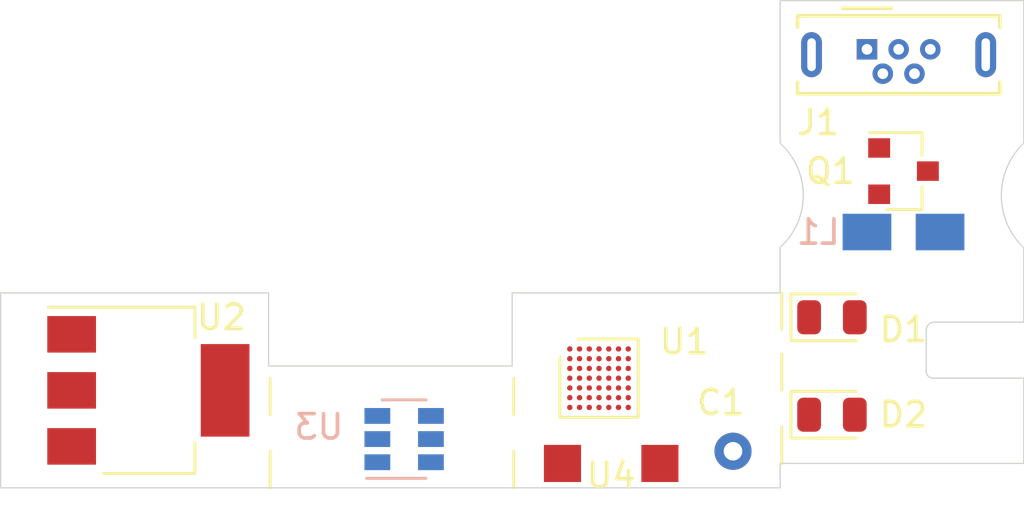
<source format=kicad_pcb>
(kicad_pcb (version 20171130) (host pcbnew 5.1.5+dfsg1-2build2)

  (general
    (thickness 1.6)
    (drawings 29)
    (tracks 0)
    (zones 0)
    (modules 10)
    (nets 77)
  )

  (page A4)
  (layers
    (0 F.Cu signal)
    (31 B.Cu signal)
    (32 B.Adhes user)
    (33 F.Adhes user)
    (34 B.Paste user)
    (35 F.Paste user)
    (36 B.SilkS user)
    (37 F.SilkS user)
    (38 B.Mask user)
    (39 F.Mask user)
    (40 Dwgs.User user)
    (41 Cmts.User user)
    (42 Eco1.User user)
    (43 Eco2.User user)
    (44 Edge.Cuts user)
    (45 Margin user)
    (46 B.CrtYd user)
    (47 F.CrtYd user)
    (48 B.Fab user)
    (49 F.Fab user)
  )

  (setup
    (last_trace_width 0.25)
    (trace_clearance 0.2)
    (zone_clearance 0.508)
    (zone_45_only no)
    (trace_min 0.2)
    (via_size 0.8)
    (via_drill 0.4)
    (via_min_size 0.4)
    (via_min_drill 0.3)
    (uvia_size 0.3)
    (uvia_drill 0.1)
    (uvias_allowed no)
    (uvia_min_size 0.2)
    (uvia_min_drill 0.1)
    (edge_width 0.05)
    (segment_width 0.2)
    (pcb_text_width 0.3)
    (pcb_text_size 1.5 1.5)
    (mod_edge_width 0.12)
    (mod_text_size 1 1)
    (mod_text_width 0.15)
    (pad_size 1.524 1.524)
    (pad_drill 0.762)
    (pad_to_mask_clearance 0.051)
    (solder_mask_min_width 0.25)
    (aux_axis_origin 0 0)
    (visible_elements FFFFFF7F)
    (pcbplotparams
      (layerselection 0x010fc_ffffffff)
      (usegerberextensions false)
      (usegerberattributes false)
      (usegerberadvancedattributes false)
      (creategerberjobfile false)
      (excludeedgelayer true)
      (linewidth 0.100000)
      (plotframeref false)
      (viasonmask false)
      (mode 1)
      (useauxorigin false)
      (hpglpennumber 1)
      (hpglpenspeed 20)
      (hpglpendiameter 15.000000)
      (psnegative false)
      (psa4output false)
      (plotreference true)
      (plotvalue true)
      (plotinvisibletext false)
      (padsonsilk false)
      (subtractmaskfromsilk false)
      (outputformat 1)
      (mirror false)
      (drillshape 1)
      (scaleselection 1)
      (outputdirectory ""))
  )

  (net 0 "")
  (net 1 "Net-(U1-PadG7)")
  (net 2 "Net-(U1-PadG6)")
  (net 3 "Net-(U1-PadG5)")
  (net 4 "Net-(U1-PadG4)")
  (net 5 "Net-(U1-PadG3)")
  (net 6 "Net-(U1-PadG2)")
  (net 7 "Net-(U1-PadG1)")
  (net 8 "Net-(U1-PadF7)")
  (net 9 "Net-(U1-PadF6)")
  (net 10 "Net-(U1-PadF5)")
  (net 11 "Net-(U1-PadF4)")
  (net 12 "Net-(U1-PadF3)")
  (net 13 "Net-(U1-PadF2)")
  (net 14 "Net-(U1-PadF1)")
  (net 15 "Net-(U1-PadE7)")
  (net 16 "Net-(U1-PadE6)")
  (net 17 "Net-(U1-PadE5)")
  (net 18 "Net-(U1-PadE4)")
  (net 19 "Net-(U1-PadE3)")
  (net 20 "Net-(U1-PadE2)")
  (net 21 "Net-(U1-PadE1)")
  (net 22 "Net-(U1-PadD7)")
  (net 23 "Net-(U1-PadD6)")
  (net 24 "Net-(U1-PadD5)")
  (net 25 "Net-(U1-PadD4)")
  (net 26 "Net-(U1-PadD3)")
  (net 27 "Net-(U1-PadD2)")
  (net 28 "Net-(U1-PadD1)")
  (net 29 "Net-(U1-PadC7)")
  (net 30 "Net-(U1-PadC6)")
  (net 31 "Net-(U1-PadC5)")
  (net 32 "Net-(U1-PadC4)")
  (net 33 "Net-(U1-PadC3)")
  (net 34 "Net-(U1-PadC2)")
  (net 35 "Net-(U1-PadC1)")
  (net 36 "Net-(U1-PadB7)")
  (net 37 "Net-(U1-PadB6)")
  (net 38 "Net-(U1-PadB5)")
  (net 39 "Net-(U1-PadB4)")
  (net 40 "Net-(U1-PadB3)")
  (net 41 "Net-(U1-PadB2)")
  (net 42 "Net-(U1-PadB1)")
  (net 43 "Net-(U1-PadA7)")
  (net 44 "Net-(U1-PadA6)")
  (net 45 "Net-(U1-PadA5)")
  (net 46 "Net-(U1-PadA4)")
  (net 47 "Net-(U1-PadA3)")
  (net 48 "Net-(U1-PadA2)")
  (net 49 "Net-(U1-PadA1)")
  (net 50 "Net-(U2-Pad1)")
  (net 51 "Net-(U2-Pad3)")
  (net 52 "Net-(U2-Pad2)")
  (net 53 "Net-(J1-Pad6)")
  (net 54 "Net-(J1-Pad5)")
  (net 55 "Net-(J1-Pad4)")
  (net 56 "Net-(J1-Pad3)")
  (net 57 "Net-(J1-Pad2)")
  (net 58 "Net-(J1-Pad1)")
  (net 59 "Net-(U3-Pad5)")
  (net 60 "Net-(U3-Pad6)")
  (net 61 "Net-(U3-Pad4)")
  (net 62 "Net-(U3-Pad3)")
  (net 63 "Net-(U3-Pad2)")
  (net 64 "Net-(U3-Pad1)")
  (net 65 "Net-(Q1-Pad3)")
  (net 66 "Net-(Q1-Pad2)")
  (net 67 "Net-(Q1-Pad1)")
  (net 68 "Net-(D1-Pad2)")
  (net 69 "Net-(D1-Pad1)")
  (net 70 "Net-(D2-Pad2)")
  (net 71 "Net-(D2-Pad1)")
  (net 72 "Net-(L1-Pad2)")
  (net 73 "Net-(L1-Pad1)")
  (net 74 "Net-(C1-Pad1)")
  (net 75 "Net-(U4-Pad2)")
  (net 76 "Net-(U4-Pad1)")

  (net_class Default "This is the default net class."
    (clearance 0.2)
    (trace_width 0.25)
    (via_dia 0.8)
    (via_drill 0.4)
    (uvia_dia 0.3)
    (uvia_drill 0.1)
    (add_net "Net-(C1-Pad1)")
    (add_net "Net-(D1-Pad1)")
    (add_net "Net-(D1-Pad2)")
    (add_net "Net-(D2-Pad1)")
    (add_net "Net-(D2-Pad2)")
    (add_net "Net-(J1-Pad1)")
    (add_net "Net-(J1-Pad2)")
    (add_net "Net-(J1-Pad3)")
    (add_net "Net-(J1-Pad4)")
    (add_net "Net-(J1-Pad5)")
    (add_net "Net-(J1-Pad6)")
    (add_net "Net-(L1-Pad1)")
    (add_net "Net-(L1-Pad2)")
    (add_net "Net-(Q1-Pad1)")
    (add_net "Net-(Q1-Pad2)")
    (add_net "Net-(Q1-Pad3)")
    (add_net "Net-(U1-PadA1)")
    (add_net "Net-(U1-PadA2)")
    (add_net "Net-(U1-PadA3)")
    (add_net "Net-(U1-PadA4)")
    (add_net "Net-(U1-PadA5)")
    (add_net "Net-(U1-PadA6)")
    (add_net "Net-(U1-PadA7)")
    (add_net "Net-(U1-PadB1)")
    (add_net "Net-(U1-PadB2)")
    (add_net "Net-(U1-PadB3)")
    (add_net "Net-(U1-PadB4)")
    (add_net "Net-(U1-PadB5)")
    (add_net "Net-(U1-PadB6)")
    (add_net "Net-(U1-PadB7)")
    (add_net "Net-(U1-PadC1)")
    (add_net "Net-(U1-PadC2)")
    (add_net "Net-(U1-PadC3)")
    (add_net "Net-(U1-PadC4)")
    (add_net "Net-(U1-PadC5)")
    (add_net "Net-(U1-PadC6)")
    (add_net "Net-(U1-PadC7)")
    (add_net "Net-(U1-PadD1)")
    (add_net "Net-(U1-PadD2)")
    (add_net "Net-(U1-PadD3)")
    (add_net "Net-(U1-PadD4)")
    (add_net "Net-(U1-PadD5)")
    (add_net "Net-(U1-PadD6)")
    (add_net "Net-(U1-PadD7)")
    (add_net "Net-(U1-PadE1)")
    (add_net "Net-(U1-PadE2)")
    (add_net "Net-(U1-PadE3)")
    (add_net "Net-(U1-PadE4)")
    (add_net "Net-(U1-PadE5)")
    (add_net "Net-(U1-PadE6)")
    (add_net "Net-(U1-PadE7)")
    (add_net "Net-(U1-PadF1)")
    (add_net "Net-(U1-PadF2)")
    (add_net "Net-(U1-PadF3)")
    (add_net "Net-(U1-PadF4)")
    (add_net "Net-(U1-PadF5)")
    (add_net "Net-(U1-PadF6)")
    (add_net "Net-(U1-PadF7)")
    (add_net "Net-(U1-PadG1)")
    (add_net "Net-(U1-PadG2)")
    (add_net "Net-(U1-PadG3)")
    (add_net "Net-(U1-PadG4)")
    (add_net "Net-(U1-PadG5)")
    (add_net "Net-(U1-PadG6)")
    (add_net "Net-(U1-PadG7)")
    (add_net "Net-(U2-Pad1)")
    (add_net "Net-(U2-Pad2)")
    (add_net "Net-(U2-Pad3)")
    (add_net "Net-(U3-Pad1)")
    (add_net "Net-(U3-Pad2)")
    (add_net "Net-(U3-Pad3)")
    (add_net "Net-(U3-Pad4)")
    (add_net "Net-(U3-Pad5)")
    (add_net "Net-(U3-Pad6)")
    (add_net "Net-(U4-Pad1)")
    (add_net "Net-(U4-Pad2)")
  )

  (module sensorVlt:SensV (layer F.Cu) (tedit 610596E0) (tstamp 6105EDF6)
    (at 156 111)
    (path /61059F3E)
    (fp_text reference U4 (at 0 -1.5) (layer F.SilkS)
      (effects (font (size 1 1) (thickness 0.15)))
    )
    (fp_text value sensV (at 0 -4.5) (layer F.Fab)
      (effects (font (size 1 1) (thickness 0.15)))
    )
    (pad 2 smd rect (at 2 -2) (size 1.524 1.524) (layers F.Cu F.Paste F.Mask)
      (net 75 "Net-(U4-Pad2)"))
    (pad 1 smd rect (at -2 -2) (size 1.524 1.524) (layers F.Cu F.Paste F.Mask)
      (net 76 "Net-(U4-Pad1)"))
  )

  (module cap_touch:capS (layer F.Cu) (tedit 6105132E) (tstamp 610568A3)
    (at 161 109)
    (path /61056B2A)
    (fp_text reference C1 (at -0.5 -2.5) (layer F.SilkS)
      (effects (font (size 1 1) (thickness 0.15)))
    )
    (fp_text value captouch (at 1 -2 90) (layer F.Fab)
      (effects (font (size 0.5 0.5) (thickness 0.1)))
    )
    (pad 1 thru_hole circle (at 0 -0.5) (size 1.524 1.524) (drill 0.762) (layers *.Cu *.Mask)
      (net 74 "Net-(C1-Pad1)"))
  )

  (module L_Core_vlv:L_core_v (layer B.Cu) (tedit 610444F2) (tstamp 61049C43)
    (at 168 98)
    (path /61045340)
    (fp_text reference L1 (at -3.5 1.5) (layer B.SilkS)
      (effects (font (size 1 1) (thickness 0.15)) (justify mirror))
    )
    (fp_text value L_core_v (at -1 3) (layer B.Fab)
      (effects (font (size 0.7 0.5) (thickness 0.125)) (justify mirror))
    )
    (pad 2 smd rect (at 1.5 1.5) (size 2 1.5) (layers B.Cu B.Paste B.Mask)
      (net 72 "Net-(L1-Pad2)"))
    (pad 1 smd rect (at -1.5 1.5) (size 2 1.5) (layers B.Cu B.Paste B.Mask)
      (net 73 "Net-(L1-Pad1)"))
  )

  (module LED_SMD:LED_0805_2012Metric (layer F.Cu) (tedit 5B36C52C) (tstamp 6103B0D7)
    (at 165.0625 107)
    (descr "LED SMD 0805 (2012 Metric), square (rectangular) end terminal, IPC_7351 nominal, (Body size source: https://docs.google.com/spreadsheets/d/1BsfQQcO9C6DZCsRaXUlFlo91Tg2WpOkGARC1WS5S8t0/edit?usp=sharing), generated with kicad-footprint-generator")
    (tags diode)
    (path /61040C00)
    (attr smd)
    (fp_text reference D2 (at 2.9375 0) (layer F.SilkS)
      (effects (font (size 1 1) (thickness 0.15)))
    )
    (fp_text value LG_R971-KN-1 (at 0.9375 -1.5) (layer F.Fab)
      (effects (font (size 0.5 0.5) (thickness 0.1)))
    )
    (fp_text user %R (at 0 0) (layer F.Fab)
      (effects (font (size 0.5 0.5) (thickness 0.08)))
    )
    (fp_line (start 1.68 0.95) (end -1.68 0.95) (layer F.CrtYd) (width 0.05))
    (fp_line (start 1.68 -0.95) (end 1.68 0.95) (layer F.CrtYd) (width 0.05))
    (fp_line (start -1.68 -0.95) (end 1.68 -0.95) (layer F.CrtYd) (width 0.05))
    (fp_line (start -1.68 0.95) (end -1.68 -0.95) (layer F.CrtYd) (width 0.05))
    (fp_line (start -1.685 0.96) (end 1 0.96) (layer F.SilkS) (width 0.12))
    (fp_line (start -1.685 -0.96) (end -1.685 0.96) (layer F.SilkS) (width 0.12))
    (fp_line (start 1 -0.96) (end -1.685 -0.96) (layer F.SilkS) (width 0.12))
    (fp_line (start 1 0.6) (end 1 -0.6) (layer F.Fab) (width 0.1))
    (fp_line (start -1 0.6) (end 1 0.6) (layer F.Fab) (width 0.1))
    (fp_line (start -1 -0.3) (end -1 0.6) (layer F.Fab) (width 0.1))
    (fp_line (start -0.7 -0.6) (end -1 -0.3) (layer F.Fab) (width 0.1))
    (fp_line (start 1 -0.6) (end -0.7 -0.6) (layer F.Fab) (width 0.1))
    (pad 2 smd roundrect (at 0.9375 0) (size 0.975 1.4) (layers F.Cu F.Paste F.Mask) (roundrect_rratio 0.25)
      (net 70 "Net-(D2-Pad2)"))
    (pad 1 smd roundrect (at -0.9375 0) (size 0.975 1.4) (layers F.Cu F.Paste F.Mask) (roundrect_rratio 0.25)
      (net 71 "Net-(D2-Pad1)"))
    (model ${KISYS3DMOD}/LED_SMD.3dshapes/LED_0805_2012Metric.wrl
      (at (xyz 0 0 0))
      (scale (xyz 1 1 1))
      (rotate (xyz 0 0 0))
    )
    (model /home/serge/Документы/corona/PCB03/STEP/2021-07-30_07-41-28/STEP/LED_598-8110-107F_DIA.step
      (at (xyz 0 0 0))
      (scale (xyz 1 1 1))
      (rotate (xyz 0 0 0))
    )
  )

  (module LED_SMD:LED_0805_2012Metric (layer F.Cu) (tedit 5B36C52C) (tstamp 6103ADCF)
    (at 165.0625 103)
    (descr "LED SMD 0805 (2012 Metric), square (rectangular) end terminal, IPC_7351 nominal, (Body size source: https://docs.google.com/spreadsheets/d/1BsfQQcO9C6DZCsRaXUlFlo91Tg2WpOkGARC1WS5S8t0/edit?usp=sharing), generated with kicad-footprint-generator")
    (tags diode)
    (path /6103E8C0)
    (attr smd)
    (fp_text reference D1 (at 2.9375 0.5) (layer F.SilkS)
      (effects (font (size 1 1) (thickness 0.15)))
    )
    (fp_text value LH_R974-LP-1 (at 4.4375 -0.5) (layer F.Fab)
      (effects (font (size 0.5 0.5) (thickness 0.1)))
    )
    (fp_text user %R (at 0 0) (layer F.Fab)
      (effects (font (size 0.5 0.5) (thickness 0.08)))
    )
    (fp_line (start 1.68 0.95) (end -1.68 0.95) (layer F.CrtYd) (width 0.05))
    (fp_line (start 1.68 -0.95) (end 1.68 0.95) (layer F.CrtYd) (width 0.05))
    (fp_line (start -1.68 -0.95) (end 1.68 -0.95) (layer F.CrtYd) (width 0.05))
    (fp_line (start -1.68 0.95) (end -1.68 -0.95) (layer F.CrtYd) (width 0.05))
    (fp_line (start -1.685 0.96) (end 1 0.96) (layer F.SilkS) (width 0.12))
    (fp_line (start -1.685 -0.96) (end -1.685 0.96) (layer F.SilkS) (width 0.12))
    (fp_line (start 1 -0.96) (end -1.685 -0.96) (layer F.SilkS) (width 0.12))
    (fp_line (start 1 0.6) (end 1 -0.6) (layer F.Fab) (width 0.1))
    (fp_line (start -1 0.6) (end 1 0.6) (layer F.Fab) (width 0.1))
    (fp_line (start -1 -0.3) (end -1 0.6) (layer F.Fab) (width 0.1))
    (fp_line (start -0.7 -0.6) (end -1 -0.3) (layer F.Fab) (width 0.1))
    (fp_line (start 1 -0.6) (end -0.7 -0.6) (layer F.Fab) (width 0.1))
    (pad 2 smd roundrect (at 0.9375 0) (size 0.975 1.4) (layers F.Cu F.Paste F.Mask) (roundrect_rratio 0.25)
      (net 68 "Net-(D1-Pad2)"))
    (pad 1 smd roundrect (at -0.9375 0) (size 0.975 1.4) (layers F.Cu F.Paste F.Mask) (roundrect_rratio 0.25)
      (net 69 "Net-(D1-Pad1)"))
    (model ${KISYS3DMOD}/LED_SMD.3dshapes/LED_0805_2012Metric.wrl
      (at (xyz 0 0 0))
      (scale (xyz 1 1 1))
      (rotate (xyz 0 0 0))
    )
    (model /home/serge/Документы/corona/PCB03/STEP/2021-07-30_07-41-28/STEP/LED_598-8110-107F_DIA.step
      (at (xyz 0 0 0))
      (scale (xyz 1 1 1))
      (rotate (xyz 0 0 0))
    )
  )

  (module Package_TO_SOT_SMD:SOT-23 (layer F.Cu) (tedit 5A02FF57) (tstamp 6103549C)
    (at 168 97)
    (descr "SOT-23, Standard")
    (tags SOT-23)
    (path /61032CC8)
    (attr smd)
    (fp_text reference Q1 (at -3 0) (layer F.SilkS)
      (effects (font (size 1 1) (thickness 0.15)))
    )
    (fp_text value BF545C (at 2.5 0 90) (layer F.Fab)
      (effects (font (size 0.7 0.5) (thickness 0.1)))
    )
    (fp_line (start 0.76 1.58) (end -0.7 1.58) (layer F.SilkS) (width 0.12))
    (fp_line (start 0.76 -1.58) (end -1.4 -1.58) (layer F.SilkS) (width 0.12))
    (fp_line (start -1.7 1.75) (end -1.7 -1.75) (layer F.CrtYd) (width 0.05))
    (fp_line (start 1.7 1.75) (end -1.7 1.75) (layer F.CrtYd) (width 0.05))
    (fp_line (start 1.7 -1.75) (end 1.7 1.75) (layer F.CrtYd) (width 0.05))
    (fp_line (start -1.7 -1.75) (end 1.7 -1.75) (layer F.CrtYd) (width 0.05))
    (fp_line (start 0.76 -1.58) (end 0.76 -0.65) (layer F.SilkS) (width 0.12))
    (fp_line (start 0.76 1.58) (end 0.76 0.65) (layer F.SilkS) (width 0.12))
    (fp_line (start -0.7 1.52) (end 0.7 1.52) (layer F.Fab) (width 0.1))
    (fp_line (start 0.7 -1.52) (end 0.7 1.52) (layer F.Fab) (width 0.1))
    (fp_line (start -0.7 -0.95) (end -0.15 -1.52) (layer F.Fab) (width 0.1))
    (fp_line (start -0.15 -1.52) (end 0.7 -1.52) (layer F.Fab) (width 0.1))
    (fp_line (start -0.7 -0.95) (end -0.7 1.5) (layer F.Fab) (width 0.1))
    (fp_text user %R (at 0 0 90) (layer F.Fab)
      (effects (font (size 0.5 0.5) (thickness 0.075)))
    )
    (pad 3 smd rect (at 1 0) (size 0.9 0.8) (layers F.Cu F.Paste F.Mask)
      (net 65 "Net-(Q1-Pad3)"))
    (pad 2 smd rect (at -1 0.95) (size 0.9 0.8) (layers F.Cu F.Paste F.Mask)
      (net 66 "Net-(Q1-Pad2)"))
    (pad 1 smd rect (at -1 -0.95) (size 0.9 0.8) (layers F.Cu F.Paste F.Mask)
      (net 67 "Net-(Q1-Pad1)"))
    (model ${KISYS3DMOD}/Package_TO_SOT_SMD.3dshapes/SOT-23.wrl
      (at (xyz 0 0 0))
      (scale (xyz 1 1 1))
      (rotate (xyz 0 0 0))
    )
    (model /home/serge/Документы/corona/PCB03/STEP/2021-07-29_19-13-50/STEP/SOT23_NXP.step
      (at (xyz 0 0 0))
      (scale (xyz 1 1 1))
      (rotate (xyz 0 0 90))
    )
  )

  (module Package_TO_SOT_SMD:SOT-23-6 (layer B.Cu) (tedit 5A02FF57) (tstamp 6101E6C9)
    (at 147.5 108)
    (descr "6-pin SOT-23 package")
    (tags SOT-23-6)
    (path /610194D7)
    (attr smd)
    (fp_text reference U3 (at -3.5 -0.5) (layer B.SilkS)
      (effects (font (size 1 1) (thickness 0.15)) (justify mirror))
    )
    (fp_text value tmag5273 (at 0 -2.5) (layer B.Fab)
      (effects (font (size 0.5 0.7) (thickness 0.1)) (justify mirror))
    )
    (fp_line (start 0.9 1.55) (end 0.9 -1.55) (layer B.Fab) (width 0.1))
    (fp_line (start 0.9 -1.55) (end -0.9 -1.55) (layer B.Fab) (width 0.1))
    (fp_line (start -0.9 0.9) (end -0.9 -1.55) (layer B.Fab) (width 0.1))
    (fp_line (start 0.9 1.55) (end -0.25 1.55) (layer B.Fab) (width 0.1))
    (fp_line (start -0.9 0.9) (end -0.25 1.55) (layer B.Fab) (width 0.1))
    (fp_line (start -1.9 1.8) (end -1.9 -1.8) (layer B.CrtYd) (width 0.05))
    (fp_line (start -1.9 -1.8) (end 1.9 -1.8) (layer B.CrtYd) (width 0.05))
    (fp_line (start 1.9 -1.8) (end 1.9 1.8) (layer B.CrtYd) (width 0.05))
    (fp_line (start 1.9 1.8) (end -1.9 1.8) (layer B.CrtYd) (width 0.05))
    (fp_line (start 0.9 1.61) (end -1.55 1.61) (layer B.SilkS) (width 0.12))
    (fp_line (start -0.9 -1.61) (end 0.9 -1.61) (layer B.SilkS) (width 0.12))
    (fp_text user %R (at 0 0 -90) (layer B.Fab)
      (effects (font (size 0.5 0.5) (thickness 0.075)) (justify mirror))
    )
    (pad 5 smd rect (at 1.1 0) (size 1.06 0.65) (layers B.Cu B.Paste B.Mask)
      (net 59 "Net-(U3-Pad5)"))
    (pad 6 smd rect (at 1.1 0.95) (size 1.06 0.65) (layers B.Cu B.Paste B.Mask)
      (net 60 "Net-(U3-Pad6)"))
    (pad 4 smd rect (at 1.1 -0.95) (size 1.06 0.65) (layers B.Cu B.Paste B.Mask)
      (net 61 "Net-(U3-Pad4)"))
    (pad 3 smd rect (at -1.1 -0.95) (size 1.06 0.65) (layers B.Cu B.Paste B.Mask)
      (net 62 "Net-(U3-Pad3)"))
    (pad 2 smd rect (at -1.1 0) (size 1.06 0.65) (layers B.Cu B.Paste B.Mask)
      (net 63 "Net-(U3-Pad2)"))
    (pad 1 smd rect (at -1.1 0.95) (size 1.06 0.65) (layers B.Cu B.Paste B.Mask)
      (net 64 "Net-(U3-Pad1)"))
    (model ${KISYS3DMOD}/Package_TO_SOT_SMD.3dshapes/SOT-23-6.wrl
      (at (xyz 0 0 0))
      (scale (xyz 1 1 1))
      (rotate (xyz 0 0 0))
    )
    (model /home/serge/Документы/corona/PCB01/Tmag.step
      (offset (xyz -1 -0.7 0.1))
      (scale (xyz 1 1 1))
      (rotate (xyz 0 0 0))
    )
  )

  (module Connector_USB:USB_Micro-B_Wuerth_614105150721_Vertical (layer F.Cu) (tedit 5A142044) (tstamp 610144BD)
    (at 166.5 92)
    (descr "USB Micro-B receptacle, through-hole, vertical, http://katalog.we-online.de/em/datasheet/614105150721.pdf")
    (tags "usb micro receptacle vertical")
    (path /6101668A)
    (fp_text reference J1 (at -2 3) (layer F.SilkS)
      (effects (font (size 1 1) (thickness 0.15)))
    )
    (fp_text value USB_B_Micro (at 1.3 2.92) (layer F.Fab)
      (effects (font (size 0.7 0.5) (thickness 0.1)))
    )
    (fp_text user %R (at 1.3 0.22) (layer F.Fab)
      (effects (font (size 1 1) (thickness 0.15)))
    )
    (fp_line (start 5.8 -1.73) (end -3.2 -1.73) (layer F.CrtYd) (width 0.05))
    (fp_line (start 5.8 2.17) (end 5.8 -1.73) (layer F.CrtYd) (width 0.05))
    (fp_line (start -3.2 2.17) (end 5.8 2.17) (layer F.CrtYd) (width 0.05))
    (fp_line (start -3.2 -1.73) (end -3.2 2.17) (layer F.CrtYd) (width 0.05))
    (fp_line (start -1 -1.68) (end 1 -1.68) (layer F.SilkS) (width 0.15))
    (fp_line (start 5.45 1.82) (end 5.45 1.345) (layer F.SilkS) (width 0.15))
    (fp_line (start -2.85 1.82) (end 5.45 1.82) (layer F.SilkS) (width 0.15))
    (fp_line (start -2.85 1.345) (end -2.85 1.82) (layer F.SilkS) (width 0.15))
    (fp_line (start 5.45 -1.38) (end 5.45 -0.905) (layer F.SilkS) (width 0.15))
    (fp_line (start -2.85 -1.38) (end 5.45 -1.38) (layer F.SilkS) (width 0.15))
    (fp_line (start -2.85 -0.905) (end -2.85 -1.38) (layer F.SilkS) (width 0.15))
    (fp_line (start -2.7 1.67) (end -2.7 -1.23) (layer F.Fab) (width 0.15))
    (fp_line (start 5.3 1.67) (end -2.7 1.67) (layer F.Fab) (width 0.15))
    (fp_line (start 5.3 -1.23) (end 5.3 1.67) (layer F.Fab) (width 0.15))
    (fp_line (start 1 -1.23) (end 5.3 -1.23) (layer F.Fab) (width 0.15))
    (fp_line (start 0 -0.23) (end 1 -1.23) (layer F.Fab) (width 0.15))
    (fp_line (start -1 -1.23) (end 0 -0.23) (layer F.Fab) (width 0.15))
    (fp_line (start -2.7 -1.23) (end -1 -1.23) (layer F.Fab) (width 0.15))
    (pad 6 thru_hole oval (at 4.875 0.22) (size 0.85 1.85) (drill oval 0.35 1.35) (layers *.Cu *.Mask)
      (net 53 "Net-(J1-Pad6)"))
    (pad 6 thru_hole oval (at -2.275 0.22) (size 0.85 1.85) (drill oval 0.35 1.35) (layers *.Cu *.Mask)
      (net 53 "Net-(J1-Pad6)"))
    (pad 5 thru_hole circle (at 2.6 0) (size 0.84 0.84) (drill 0.44) (layers *.Cu *.Mask)
      (net 54 "Net-(J1-Pad5)"))
    (pad 4 thru_hole circle (at 1.95 1) (size 0.84 0.84) (drill 0.44) (layers *.Cu *.Mask)
      (net 55 "Net-(J1-Pad4)"))
    (pad 3 thru_hole circle (at 1.3 0) (size 0.84 0.84) (drill 0.44) (layers *.Cu *.Mask)
      (net 56 "Net-(J1-Pad3)"))
    (pad 2 thru_hole circle (at 0.65 1) (size 0.84 0.84) (drill 0.44) (layers *.Cu *.Mask)
      (net 57 "Net-(J1-Pad2)"))
    (pad 1 thru_hole rect (at 0 0) (size 0.84 0.84) (drill 0.44) (layers *.Cu *.Mask)
      (net 58 "Net-(J1-Pad1)"))
    (model ${KISYS3DMOD}/Connector_USB.3dshapes/USB_Micro-B_Wuerth_614105150721_Vertical.wrl
      (at (xyz 0 0 0))
      (scale (xyz 1 1 1))
      (rotate (xyz 0 0 0))
    )
    (model /home/serge/Документы/corona/PCB02/STEP/USB3150-30-130-A--3DModel-STEP-56544.STEP
      (offset (xyz 1 -0.3 0))
      (scale (xyz 1 1 1))
      (rotate (xyz -90 0 -180))
    )
  )

  (module Package_TO_SOT_SMD:SOT-223-3_TabPin2 (layer F.Cu) (tedit 5A02FF57) (tstamp 61014302)
    (at 137 106)
    (descr "module CMS SOT223 4 pins")
    (tags "CMS SOT")
    (path /61014B87)
    (attr smd)
    (fp_text reference U2 (at 3 -3) (layer F.SilkS)
      (effects (font (size 1 1) (thickness 0.15)))
    )
    (fp_text value AMS1117-3.3 (at -5 0.5 -90) (layer F.Fab)
      (effects (font (size 0.5 0.5) (thickness 0.1)))
    )
    (fp_line (start 1.85 -3.35) (end 1.85 3.35) (layer F.Fab) (width 0.1))
    (fp_line (start -1.85 3.35) (end 1.85 3.35) (layer F.Fab) (width 0.1))
    (fp_line (start -4.1 -3.41) (end 1.91 -3.41) (layer F.SilkS) (width 0.12))
    (fp_line (start -0.85 -3.35) (end 1.85 -3.35) (layer F.Fab) (width 0.1))
    (fp_line (start -1.85 3.41) (end 1.91 3.41) (layer F.SilkS) (width 0.12))
    (fp_line (start -1.85 -2.35) (end -1.85 3.35) (layer F.Fab) (width 0.1))
    (fp_line (start -1.85 -2.35) (end -0.85 -3.35) (layer F.Fab) (width 0.1))
    (fp_line (start -4.4 -3.6) (end -4.4 3.6) (layer F.CrtYd) (width 0.05))
    (fp_line (start -4.4 3.6) (end 4.4 3.6) (layer F.CrtYd) (width 0.05))
    (fp_line (start 4.4 3.6) (end 4.4 -3.6) (layer F.CrtYd) (width 0.05))
    (fp_line (start 4.4 -3.6) (end -4.4 -3.6) (layer F.CrtYd) (width 0.05))
    (fp_line (start 1.91 -3.41) (end 1.91 -2.15) (layer F.SilkS) (width 0.12))
    (fp_line (start 1.91 3.41) (end 1.91 2.15) (layer F.SilkS) (width 0.12))
    (fp_text user %R (at 0 0 90) (layer F.Fab)
      (effects (font (size 0.8 0.8) (thickness 0.12)))
    )
    (pad 1 smd rect (at -3.15 -2.3) (size 2 1.5) (layers F.Cu F.Paste F.Mask)
      (net 50 "Net-(U2-Pad1)"))
    (pad 3 smd rect (at -3.15 2.3) (size 2 1.5) (layers F.Cu F.Paste F.Mask)
      (net 51 "Net-(U2-Pad3)"))
    (pad 2 smd rect (at -3.15 0) (size 2 1.5) (layers F.Cu F.Paste F.Mask)
      (net 52 "Net-(U2-Pad2)"))
    (pad 2 smd rect (at 3.15 0) (size 2 3.8) (layers F.Cu F.Paste F.Mask)
      (net 52 "Net-(U2-Pad2)"))
    (model ${KISYS3DMOD}/Package_TO_SOT_SMD.3dshapes/SOT-223.wrl
      (at (xyz 0 0 0))
      (scale (xyz 1 1 1))
      (rotate (xyz 0 0 0))
    )
    (model /home/serge/Документы/corona/PCB03/STEP/DCY0004A.stp
      (at (xyz 0 0 0))
      (scale (xyz 1 1 1))
      (rotate (xyz 0 0 0))
    )
  )

  (module Package_CSP:ST_WLCSP-49_Die423 (layer F.Cu) (tedit 5AE11EAD) (tstamp 61005B4F)
    (at 155.5 105.5)
    (descr "WLCSP-49, 7x7 raster, 2.965x2.965mm package, pitch 0.4mm; see section 7.1 of http://www.st.com/resource/en/datasheet/stm32f401vc.pdf")
    (tags "BGA 49 0.4")
    (path /610064C6)
    (attr smd)
    (fp_text reference U1 (at 3.5 -1.5) (layer F.SilkS)
      (effects (font (size 1 1) (thickness 0.15)))
    )
    (fp_text value STM32F401CCFx (at 0.5 -3) (layer F.Fab)
      (effects (font (size 0.6 0.6) (thickness 0.1)))
    )
    (fp_text user %R (at 0 0) (layer F.Fab)
      (effects (font (size 0.69 0.69) (thickness 0.1035)))
    )
    (fp_line (start -1.6075 1.6075) (end -1.6075 -0.86625) (layer F.SilkS) (width 0.12))
    (fp_line (start 1.6075 1.6075) (end -1.6075 1.6075) (layer F.SilkS) (width 0.12))
    (fp_line (start 1.6075 -1.6075) (end 1.6075 1.6075) (layer F.SilkS) (width 0.12))
    (fp_line (start -0.86625 -1.6075) (end 1.6075 -1.6075) (layer F.SilkS) (width 0.12))
    (fp_line (start 2.49 -2.49) (end -2.49 -2.49) (layer F.CrtYd) (width 0.05))
    (fp_line (start 2.49 2.49) (end 2.49 -2.49) (layer F.CrtYd) (width 0.05))
    (fp_line (start -2.49 2.49) (end 2.49 2.49) (layer F.CrtYd) (width 0.05))
    (fp_line (start -2.49 -2.49) (end -2.49 2.49) (layer F.CrtYd) (width 0.05))
    (fp_line (start 1.4825 -1.4825) (end 1.4825 1.4825) (layer F.Fab) (width 0.1))
    (fp_line (start -0.74125 -1.4825) (end 1.4825 -1.4825) (layer F.Fab) (width 0.1))
    (fp_line (start -1.4825 -0.74125) (end -0.74125 -1.4825) (layer F.Fab) (width 0.1))
    (fp_line (start -1.4825 1.4825) (end -1.4825 -0.74125) (layer F.Fab) (width 0.1))
    (fp_line (start 1.4825 1.4825) (end -1.4825 1.4825) (layer F.Fab) (width 0.1))
    (pad G7 smd circle (at 1.2 1.2) (size 0.22 0.22) (layers F.Cu F.Paste F.Mask)
      (net 1 "Net-(U1-PadG7)"))
    (pad G6 smd circle (at 0.8 1.2) (size 0.22 0.22) (layers F.Cu F.Paste F.Mask)
      (net 2 "Net-(U1-PadG6)"))
    (pad G5 smd circle (at 0.4 1.2) (size 0.22 0.22) (layers F.Cu F.Paste F.Mask)
      (net 3 "Net-(U1-PadG5)"))
    (pad G4 smd circle (at 0 1.2) (size 0.22 0.22) (layers F.Cu F.Paste F.Mask)
      (net 4 "Net-(U1-PadG4)"))
    (pad G3 smd circle (at -0.4 1.2) (size 0.22 0.22) (layers F.Cu F.Paste F.Mask)
      (net 5 "Net-(U1-PadG3)"))
    (pad G2 smd circle (at -0.8 1.2) (size 0.22 0.22) (layers F.Cu F.Paste F.Mask)
      (net 6 "Net-(U1-PadG2)"))
    (pad G1 smd circle (at -1.2 1.2) (size 0.22 0.22) (layers F.Cu F.Paste F.Mask)
      (net 7 "Net-(U1-PadG1)"))
    (pad F7 smd circle (at 1.2 0.8) (size 0.22 0.22) (layers F.Cu F.Paste F.Mask)
      (net 8 "Net-(U1-PadF7)"))
    (pad F6 smd circle (at 0.8 0.8) (size 0.22 0.22) (layers F.Cu F.Paste F.Mask)
      (net 9 "Net-(U1-PadF6)"))
    (pad F5 smd circle (at 0.4 0.8) (size 0.22 0.22) (layers F.Cu F.Paste F.Mask)
      (net 10 "Net-(U1-PadF5)"))
    (pad F4 smd circle (at 0 0.8) (size 0.22 0.22) (layers F.Cu F.Paste F.Mask)
      (net 11 "Net-(U1-PadF4)"))
    (pad F3 smd circle (at -0.4 0.8) (size 0.22 0.22) (layers F.Cu F.Paste F.Mask)
      (net 12 "Net-(U1-PadF3)"))
    (pad F2 smd circle (at -0.8 0.8) (size 0.22 0.22) (layers F.Cu F.Paste F.Mask)
      (net 13 "Net-(U1-PadF2)"))
    (pad F1 smd circle (at -1.2 0.8) (size 0.22 0.22) (layers F.Cu F.Paste F.Mask)
      (net 14 "Net-(U1-PadF1)"))
    (pad E7 smd circle (at 1.2 0.4) (size 0.22 0.22) (layers F.Cu F.Paste F.Mask)
      (net 15 "Net-(U1-PadE7)"))
    (pad E6 smd circle (at 0.8 0.4) (size 0.22 0.22) (layers F.Cu F.Paste F.Mask)
      (net 16 "Net-(U1-PadE6)"))
    (pad E5 smd circle (at 0.4 0.4) (size 0.22 0.22) (layers F.Cu F.Paste F.Mask)
      (net 17 "Net-(U1-PadE5)"))
    (pad E4 smd circle (at 0 0.4) (size 0.22 0.22) (layers F.Cu F.Paste F.Mask)
      (net 18 "Net-(U1-PadE4)"))
    (pad E3 smd circle (at -0.4 0.4) (size 0.22 0.22) (layers F.Cu F.Paste F.Mask)
      (net 19 "Net-(U1-PadE3)"))
    (pad E2 smd circle (at -0.8 0.4) (size 0.22 0.22) (layers F.Cu F.Paste F.Mask)
      (net 20 "Net-(U1-PadE2)"))
    (pad E1 smd circle (at -1.2 0.4) (size 0.22 0.22) (layers F.Cu F.Paste F.Mask)
      (net 21 "Net-(U1-PadE1)"))
    (pad D7 smd circle (at 1.2 0) (size 0.22 0.22) (layers F.Cu F.Paste F.Mask)
      (net 22 "Net-(U1-PadD7)"))
    (pad D6 smd circle (at 0.8 0) (size 0.22 0.22) (layers F.Cu F.Paste F.Mask)
      (net 23 "Net-(U1-PadD6)"))
    (pad D5 smd circle (at 0.4 0) (size 0.22 0.22) (layers F.Cu F.Paste F.Mask)
      (net 24 "Net-(U1-PadD5)"))
    (pad D4 smd circle (at 0 0) (size 0.22 0.22) (layers F.Cu F.Paste F.Mask)
      (net 25 "Net-(U1-PadD4)"))
    (pad D3 smd circle (at -0.4 0) (size 0.22 0.22) (layers F.Cu F.Paste F.Mask)
      (net 26 "Net-(U1-PadD3)"))
    (pad D2 smd circle (at -0.8 0) (size 0.22 0.22) (layers F.Cu F.Paste F.Mask)
      (net 27 "Net-(U1-PadD2)"))
    (pad D1 smd circle (at -1.2 0) (size 0.22 0.22) (layers F.Cu F.Paste F.Mask)
      (net 28 "Net-(U1-PadD1)"))
    (pad C7 smd circle (at 1.2 -0.4) (size 0.22 0.22) (layers F.Cu F.Paste F.Mask)
      (net 29 "Net-(U1-PadC7)"))
    (pad C6 smd circle (at 0.8 -0.4) (size 0.22 0.22) (layers F.Cu F.Paste F.Mask)
      (net 30 "Net-(U1-PadC6)"))
    (pad C5 smd circle (at 0.4 -0.4) (size 0.22 0.22) (layers F.Cu F.Paste F.Mask)
      (net 31 "Net-(U1-PadC5)"))
    (pad C4 smd circle (at 0 -0.4) (size 0.22 0.22) (layers F.Cu F.Paste F.Mask)
      (net 32 "Net-(U1-PadC4)"))
    (pad C3 smd circle (at -0.4 -0.4) (size 0.22 0.22) (layers F.Cu F.Paste F.Mask)
      (net 33 "Net-(U1-PadC3)"))
    (pad C2 smd circle (at -0.8 -0.4) (size 0.22 0.22) (layers F.Cu F.Paste F.Mask)
      (net 34 "Net-(U1-PadC2)"))
    (pad C1 smd circle (at -1.2 -0.4) (size 0.22 0.22) (layers F.Cu F.Paste F.Mask)
      (net 35 "Net-(U1-PadC1)"))
    (pad B7 smd circle (at 1.2 -0.8) (size 0.22 0.22) (layers F.Cu F.Paste F.Mask)
      (net 36 "Net-(U1-PadB7)"))
    (pad B6 smd circle (at 0.8 -0.8) (size 0.22 0.22) (layers F.Cu F.Paste F.Mask)
      (net 37 "Net-(U1-PadB6)"))
    (pad B5 smd circle (at 0.4 -0.8) (size 0.22 0.22) (layers F.Cu F.Paste F.Mask)
      (net 38 "Net-(U1-PadB5)"))
    (pad B4 smd circle (at 0 -0.8) (size 0.22 0.22) (layers F.Cu F.Paste F.Mask)
      (net 39 "Net-(U1-PadB4)"))
    (pad B3 smd circle (at -0.4 -0.8) (size 0.22 0.22) (layers F.Cu F.Paste F.Mask)
      (net 40 "Net-(U1-PadB3)"))
    (pad B2 smd circle (at -0.8 -0.8) (size 0.22 0.22) (layers F.Cu F.Paste F.Mask)
      (net 41 "Net-(U1-PadB2)"))
    (pad B1 smd circle (at -1.2 -0.8) (size 0.22 0.22) (layers F.Cu F.Paste F.Mask)
      (net 42 "Net-(U1-PadB1)"))
    (pad A7 smd circle (at 1.2 -1.2) (size 0.22 0.22) (layers F.Cu F.Paste F.Mask)
      (net 43 "Net-(U1-PadA7)"))
    (pad A6 smd circle (at 0.8 -1.2) (size 0.22 0.22) (layers F.Cu F.Paste F.Mask)
      (net 44 "Net-(U1-PadA6)"))
    (pad A5 smd circle (at 0.4 -1.2) (size 0.22 0.22) (layers F.Cu F.Paste F.Mask)
      (net 45 "Net-(U1-PadA5)"))
    (pad A4 smd circle (at 0 -1.2) (size 0.22 0.22) (layers F.Cu F.Paste F.Mask)
      (net 46 "Net-(U1-PadA4)"))
    (pad A3 smd circle (at -0.4 -1.2) (size 0.22 0.22) (layers F.Cu F.Paste F.Mask)
      (net 47 "Net-(U1-PadA3)"))
    (pad A2 smd circle (at -0.8 -1.2) (size 0.22 0.22) (layers F.Cu F.Paste F.Mask)
      (net 48 "Net-(U1-PadA2)"))
    (pad A1 smd circle (at -1.2 -1.2) (size 0.22 0.22) (layers F.Cu F.Paste F.Mask)
      (net 49 "Net-(U1-PadA1)"))
    (model ${KISYS3DMOD}/Package_CSP.3dshapes/ST_WLCSP-49_Die423.wrl
      (at (xyz 0 0 0))
      (scale (xyz 1 1 1))
      (rotate (xyz 0 0 0))
    )
    (model /home/serge/Документы/corona/PCB03/STEP/2021-07-29_07-52-48/STEP/BGA_CCF6TR_STM.step
      (at (xyz 0 0 0))
      (scale (xyz 1 1 1))
      (rotate (xyz 0 0 0))
    )
  )

  (gr_line (start 142 107) (end 142 105.5) (layer F.SilkS) (width 0.12))
  (gr_line (start 142 110) (end 142 108.5) (layer F.SilkS) (width 0.12))
  (gr_line (start 152 107) (end 152 105.5) (layer F.SilkS) (width 0.12))
  (gr_line (start 152 110) (end 152 108.5) (layer F.SilkS) (width 0.12))
  (gr_line (start 163 103.5) (end 163 102) (layer F.SilkS) (width 0.12))
  (gr_line (start 163 106) (end 163 104.5) (layer F.SilkS) (width 0.12))
  (gr_line (start 163 109) (end 163 107.5) (layer F.SilkS) (width 0.12))
  (gr_line (start 162.934 90) (end 172.934 90) (angle 90) (layer Edge.Cuts) (width 0.05))
  (gr_line (start 172.934 90) (end 172.934 95.856) (angle 90) (layer Edge.Cuts) (width 0.05))
  (gr_line (start 162.934 110) (end 162.934 109) (angle 90) (layer Edge.Cuts) (width 0.05))
  (gr_line (start 151.934 105) (end 151.934 102) (angle 90) (layer Edge.Cuts) (width 0.05))
  (gr_line (start 151.934 102) (end 162.934 102) (angle 90) (layer Edge.Cuts) (width 0.05))
  (gr_line (start 172.934 105.5) (end 169.213 105.5) (angle 90) (layer Edge.Cuts) (width 0.05))
  (gr_line (start 168.934 105.221) (end 168.934 103.525) (angle 90) (layer Edge.Cuts) (width 0.05))
  (gr_line (start 169.259 103.2) (end 172.934 103.2) (angle 90) (layer Edge.Cuts) (width 0.05))
  (gr_line (start 162.934 109) (end 172.934 109) (angle 90) (layer Edge.Cuts) (width 0.05))
  (gr_line (start 172.934 105.5) (end 172.934 109) (angle 90) (layer Edge.Cuts) (width 0.05))
  (gr_line (start 162.934 90) (end 162.934 95.856) (angle 90) (layer Edge.Cuts) (width 0.05))
  (gr_arc (start 161.01 97.993) (end 162.934 100.13) (angle -96.014) (layer Edge.Cuts) (width 0.05))
  (gr_line (start 162.934 100.13) (end 162.934 102) (angle 90) (layer Edge.Cuts) (width 0.05))
  (gr_arc (start 174.982 98) (end 172.934 95.856) (angle -92.623) (layer Edge.Cuts) (width 0.05))
  (gr_line (start 172.934 100.144) (end 172.934 103.2) (angle 90) (layer Edge.Cuts) (width 0.05))
  (gr_arc (start 169.259 103.525) (end 169.259 103.2) (angle -90) (layer Edge.Cuts) (width 0.05))
  (gr_arc (start 169.213 105.221) (end 168.934 105.221) (angle -90) (layer Edge.Cuts) (width 0.05))
  (gr_line (start 141.934 105) (end 151.934 105) (angle 90) (layer Edge.Cuts) (width 0.05))
  (gr_line (start 130.934 110) (end 130.934 102) (angle 90) (layer Edge.Cuts) (width 0.05))
  (gr_line (start 130.934 102) (end 141.934 102) (angle 90) (layer Edge.Cuts) (width 0.05))
  (gr_line (start 141.934 102) (end 141.934 105) (angle 90) (layer Edge.Cuts) (width 0.05))
  (gr_line (start 162.934 110) (end 130.934 110) (angle 90) (layer Edge.Cuts) (width 0.05))

)

</source>
